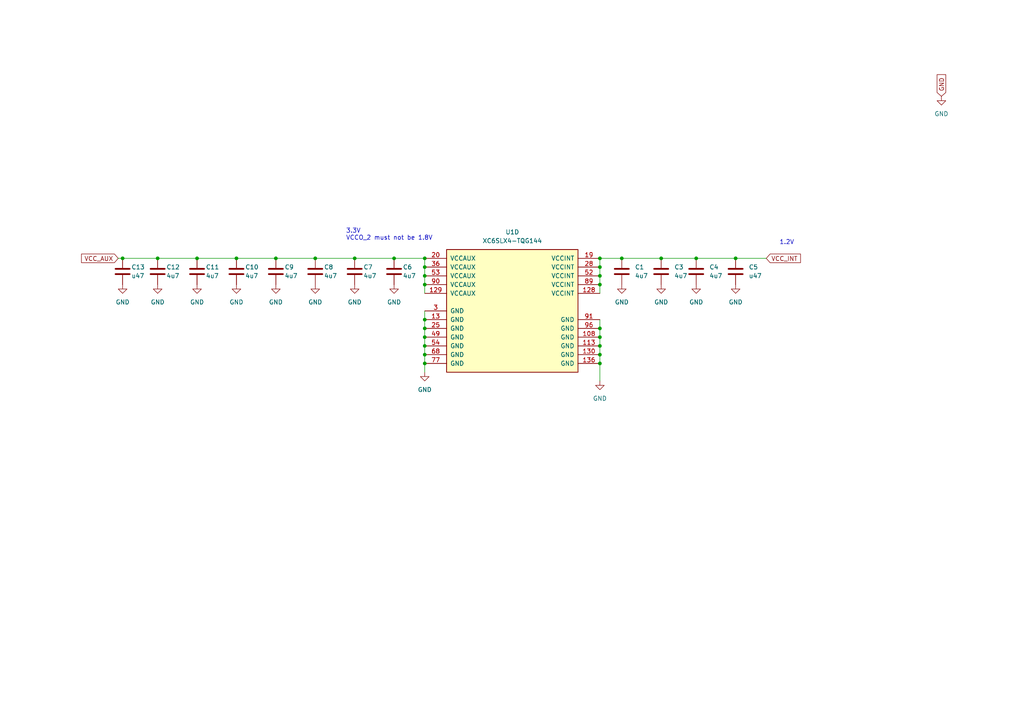
<source format=kicad_sch>
(kicad_sch (version 20230121) (generator eeschema)
  (paper "A4")
  (lib_symbols
    (symbol "Device:C" (pin_numbers hide) (pin_names (offset 0.254))
      (property "Reference" "C" (at 0.635 2.54 0))
      (property "Value" "C" (at 0.635 -2.54 0))
      (symbol "C_0_1"
        (polyline (pts (xy -2.032 -0.762) (xy 2.032 -0.762)) (stroke (width 0.508)))
        (polyline (pts (xy -2.032 0.762) (xy 2.032 0.762)) (stroke (width 0.508)))
      )
      (symbol "C_1_1"
        (pin passive line (at 0 3.81 270) (length 2.794) (name "~") (number "1"))
        (pin passive line (at 0 -3.81 90) (length 2.794) (name "~") (number "2"))
      )
    )
    (symbol "FPGA_Xilinx_Spartan6:XC6SLX4-TQG144" (pin_names (offset 1.016))
      (property "Reference" "U" (at 0 1.27 0))
      (property "Value" "XC6SLX4-TQG144" (at 0 -1.27 0))
      (symbol "XC6SLX4-TQG144_1_1"
        (rectangle (start -44.45 36.83) (end 44.45 -43.18) (stroke (width 0.254)) (fill (type background)))
        (pin bidirectional line (at 50.8 12.7 180) (length 6.35) (name "IO_L33P_1") (number "100"))
        (pin bidirectional line (at 50.8 15.24 180) (length 6.35) (name "IO_L32N_1") (number "101"))
        (pin bidirectional line (at 50.8 17.78 180) (length 6.35) (name "IO_L32P_1") (number "102"))
        (pin power_in line (at 40.64 43.18 270) (length 6.35) (name "VCCO_1") (number "103"))
        (pin bidirectional line (at 50.8 20.32 180) (length 6.35) (name "IO_L1N_VREF_1") (number "104"))
        (pin bidirectional line (at 50.8 22.86 180) (length 6.35) (name "IO_L1P_1") (number "105"))
        (pin bidirectional line (at -50.8 -40.64 0) (length 6.35) (name "IO_L66N_SCP0_0") (number "111"))
        (pin bidirectional line (at -50.8 -38.1 0) (length 6.35) (name "IO_L66P_SCP1_0") (number "112"))
        (pin bidirectional line (at -50.8 -35.56 0) (length 6.35) (name "IO_L65N_SCP2_0") (number "114"))
        (pin bidirectional line (at -50.8 -33.02 0) (length 6.35) (name "IO_L65P_SCP3_0") (number "115"))
        (pin bidirectional line (at -50.8 -30.48 0) (length 6.35) (name "IO_L64N_SCP4_0") (number "116"))
        (pin bidirectional line (at -50.8 -27.94 0) (length 6.35) (name "IO_L64P_SCP5_0") (number "117"))
        (pin bidirectional line (at -50.8 -25.4 0) (length 6.35) (name "IO_L63N_SCP6_0") (number "118"))
        (pin bidirectional line (at -50.8 -22.86 0) (length 6.35) (name "IO_L63P_SCP7_0") (number "119"))
        (pin bidirectional line (at -50.8 -20.32 0) (length 6.35) (name "IO_L62N_VREF_0") (number "120"))
        (pin bidirectional line (at -50.8 -17.78 0) (length 6.35) (name "IO_L62P_0") (number "121"))
        (pin power_in line (at -40.64 43.18 270) (length 6.35) (name "VCCO_0") (number "122"))
        (pin bidirectional line (at -50.8 -15.24 0) (length 6.35) (name "IO_L37N_GCLK12_0") (number "123"))
        (pin bidirectional line (at -50.8 -12.7 0) (length 6.35) (name "IO_L37P_GCLK13_0") (number "124"))
        (pin power_in line (at -38.1 43.18 270) (length 6.35) (name "VCCO_0") (number "125"))
        (pin bidirectional line (at -50.8 -10.16 0) (length 6.35) (name "IO_L36N_GCLK14_0") (number "126"))
        (pin bidirectional line (at -50.8 -7.62 0) (length 6.35) (name "IO_L36P_GCLK15_0") (number "127"))
        (pin bidirectional line (at -50.8 -5.08 0) (length 6.35) (name "IO_L35N_GCLK16_0") (number "131"))
        (pin bidirectional line (at -50.8 -2.54 0) (length 6.35) (name "IO_L35P_GCLK17_0") (number "132"))
        (pin bidirectional line (at -50.8 0 0) (length 6.35) (name "IO_L34N_GCLK18_0") (number "133"))
        (pin bidirectional line (at -50.8 2.54 0) (length 6.35) (name "IO_L34P_GCLK19_0") (number "134"))
        (pin power_in line (at -35.56 43.18 270) (length 6.35) (name "VCCO_0") (number "135"))
        (pin bidirectional line (at -50.8 5.08 0) (length 6.35) (name "IO_L4N_0") (number "137"))
        (pin bidirectional line (at -50.8 7.62 0) (length 6.35) (name "IO_L4P_0") (number "138"))
        (pin bidirectional line (at -50.8 10.16 0) (length 6.35) (name "IO_L3N_0") (number "139"))
        (pin bidirectional line (at -50.8 12.7 0) (length 6.35) (name "IO_L3P_0") (number "140"))
        (pin bidirectional line (at -50.8 15.24 0) (length 6.35) (name "IO_L2N_0") (number "141"))
        (pin bidirectional line (at -50.8 17.78 0) (length 6.35) (name "IO_L2P_0") (number "142"))
        (pin bidirectional line (at -50.8 20.32 0) (length 6.35) (name "IO_L1N_VREF_0") (number "143"))
        (pin bidirectional line (at -50.8 22.86 0) (length 6.35) (name "IO_L1P_HSWAPEN_0") (number "144"))
        (pin bidirectional line (at 50.8 -35.56 180) (length 6.35) (name "IO_L74N_DOUT_BUSY_1") (number "74"))
        (pin bidirectional line (at 50.8 -33.02 180) (length 6.35) (name "IO_L74P_AWAKE_1") (number "75"))
        (pin power_in line (at 35.56 43.18 270) (length 6.35) (name "VCCO_1") (number "76"))
        (pin bidirectional line (at 50.8 -30.48 180) (length 6.35) (name "IO_L47N_1") (number "78"))
        (pin bidirectional line (at 50.8 -27.94 180) (length 6.35) (name "IO_L47P_1") (number "79"))
        (pin bidirectional line (at 50.8 -25.4 180) (length 6.35) (name "IO_L46N_1") (number "80"))
        (pin bidirectional line (at 50.8 -22.86 180) (length 6.35) (name "IO_L46P_1") (number "81"))
        (pin bidirectional line (at 50.8 -20.32 180) (length 6.35) (name "IO_L45N_1") (number "82"))
        (pin bidirectional line (at 50.8 -17.78 180) (length 6.35) (name "IO_L45P_1") (number "83"))
        (pin bidirectional line (at 50.8 -15.24 180) (length 6.35) (name "IO_L43N_GCLK4_1") (number "84"))
        (pin bidirectional line (at 50.8 -12.7 180) (length 6.35) (name "IO_L43P_GCLK5_1") (number "85"))
        (pin power_in line (at 38.1 43.18 270) (length 6.35) (name "VCCO_1") (number "86"))
        (pin bidirectional line (at 50.8 -10.16 180) (length 6.35) (name "IO_L42N_GCLK6_TRDY1_1") (number "87"))
        (pin bidirectional line (at 50.8 -7.62 180) (length 6.35) (name "IO_L42P_GCLK7_1") (number "88"))
        (pin bidirectional line (at 50.8 -5.08 180) (length 6.35) (name "IO_L41N_GCLK8_1") (number "92"))
        (pin bidirectional line (at 50.8 -2.54 180) (length 6.35) (name "IO_L41P_GCLK9_IRDY1_1") (number "93"))
        (pin bidirectional line (at 50.8 0 180) (length 6.35) (name "IO_L40N_GCLK10_1") (number "94"))
        (pin bidirectional line (at 50.8 2.54 180) (length 6.35) (name "IO_L40P_GCLK11_1") (number "95"))
        (pin bidirectional line (at 50.8 5.08 180) (length 6.35) (name "IO_L34N_1") (number "97"))
        (pin bidirectional line (at 50.8 7.62 180) (length 6.35) (name "IO_L34P_1") (number "98"))
        (pin bidirectional line (at 50.8 10.16 180) (length 6.35) (name "IO_L33N_1") (number "99"))
      )
      (symbol "XC6SLX4-TQG144_2_1"
        (rectangle (start -44.45 36.83) (end 44.45 -43.18) (stroke (width 0.254)) (fill (type background)))
        (pin bidirectional line (at 50.8 -40.64 180) (length 6.35) (name "IO_L83N_VREF_3") (number "1"))
        (pin bidirectional line (at 50.8 -22.86 180) (length 6.35) (name "IO_L50P_3") (number "10"))
        (pin bidirectional line (at 50.8 -20.32 180) (length 6.35) (name "IO_L49N_3") (number "11"))
        (pin bidirectional line (at 50.8 -17.78 180) (length 6.35) (name "IO_L49P_3") (number "12"))
        (pin bidirectional line (at 50.8 -15.24 180) (length 6.35) (name "IO_L44N_GCLK20_3") (number "14"))
        (pin bidirectional line (at 50.8 -12.7 180) (length 6.35) (name "IO_L44P_GCLK21_3") (number "15"))
        (pin bidirectional line (at 50.8 -10.16 180) (length 6.35) (name "IO_L43N_GCLK22_IRDY2_3") (number "16"))
        (pin bidirectional line (at 50.8 -7.62 180) (length 6.35) (name "IO_L43P_GCLK23_3") (number "17"))
        (pin power_in line (at 38.1 43.18 270) (length 6.35) (name "VCCO_3") (number "18"))
        (pin bidirectional line (at 50.8 -38.1 180) (length 6.35) (name "IO_L83P_3") (number "2"))
        (pin bidirectional line (at 50.8 -5.08 180) (length 6.35) (name "IO_L42N_GCLK24_3") (number "21"))
        (pin bidirectional line (at 50.8 -2.54 180) (length 6.35) (name "IO_L42P_GCLK25_TRDY2_3") (number "22"))
        (pin bidirectional line (at 50.8 0 180) (length 6.35) (name "IO_L41N_GCLK26_3") (number "23"))
        (pin bidirectional line (at 50.8 2.54 180) (length 6.35) (name "IO_L41P_GCLK27_3") (number "24"))
        (pin bidirectional line (at 50.8 5.08 180) (length 6.35) (name "IO_L37N_3") (number "26"))
        (pin bidirectional line (at 50.8 7.62 180) (length 6.35) (name "IO_L37P_3") (number "27"))
        (pin bidirectional line (at 50.8 10.16 180) (length 6.35) (name "IO_L36N_3") (number "29"))
        (pin bidirectional line (at 50.8 12.7 180) (length 6.35) (name "IO_L36P_3") (number "30"))
        (pin power_in line (at 40.64 43.18 270) (length 6.35) (name "VCCO_3") (number "31"))
        (pin bidirectional line (at 50.8 15.24 180) (length 6.35) (name "IO_L2N_3") (number "32"))
        (pin bidirectional line (at 50.8 17.78 180) (length 6.35) (name "IO_L2P_3") (number "33"))
        (pin bidirectional line (at 50.8 20.32 180) (length 6.35) (name "IO_L1N_VREF_3") (number "34"))
        (pin bidirectional line (at 50.8 22.86 180) (length 6.35) (name "IO_L1P_3") (number "35"))
        (pin bidirectional line (at -50.8 -40.64 0) (length 6.35) (name "IO_L65N_CSO_B_2") (number "38"))
        (pin bidirectional line (at -50.8 -38.1 0) (length 6.35) (name "IO_L65P_INIT_B_2") (number "39"))
        (pin power_in line (at 35.56 43.18 270) (length 6.35) (name "VCCO_3") (number "4"))
        (pin bidirectional line (at -50.8 -35.56 0) (length 6.35) (name "IO_L64N_D9_2") (number "40"))
        (pin bidirectional line (at -50.8 -33.02 0) (length 6.35) (name "IO_L64P_D8_2") (number "41"))
        (pin power_in line (at -40.64 43.18 270) (length 6.35) (name "VCCO_2") (number "42"))
        (pin bidirectional line (at -50.8 -30.48 0) (length 6.35) (name "IO_L62N_D6_2") (number "43"))
        (pin bidirectional line (at -50.8 -27.94 0) (length 6.35) (name "IO_L62P_D5_2") (number "44"))
        (pin bidirectional line (at -50.8 -25.4 0) (length 6.35) (name "IO_L49N_D4_2") (number "45"))
        (pin bidirectional line (at -50.8 -22.86 0) (length 6.35) (name "IO_L49P_D3_2") (number "46"))
        (pin bidirectional line (at -50.8 -20.32 0) (length 6.35) (name "IO_L48N_RDWR_B_VREF_2") (number "47"))
        (pin bidirectional line (at -50.8 -17.78 0) (length 6.35) (name "IO_L48P_D7_2") (number "48"))
        (pin bidirectional line (at 50.8 -35.56 180) (length 6.35) (name "IO_L52N_3") (number "5"))
        (pin bidirectional line (at -50.8 -15.24 0) (length 6.35) (name "IO_L31N_GCLK30_D15_2") (number "50"))
        (pin bidirectional line (at -50.8 -12.7 0) (length 6.35) (name "IO_L31P_GCLK31_D14_2") (number "51"))
        (pin bidirectional line (at -50.8 -10.16 0) (length 6.35) (name "IO_L30N_GCLK0_USERCCLK_2") (number "55"))
        (pin bidirectional line (at -50.8 -7.62 0) (length 6.35) (name "IO_L30P_GCLK1_D13_2") (number "56"))
        (pin bidirectional line (at -50.8 -5.08 0) (length 6.35) (name "IO_L14N_D12_2") (number "57"))
        (pin bidirectional line (at -50.8 -2.54 0) (length 6.35) (name "IO_L14P_D11_2") (number "58"))
        (pin bidirectional line (at -50.8 0 0) (length 6.35) (name "IO_L13N_D10_2") (number "59"))
        (pin bidirectional line (at 50.8 -33.02 180) (length 6.35) (name "IO_L52P_3") (number "6"))
        (pin bidirectional line (at -50.8 2.54 0) (length 6.35) (name "IO_L13P_M1_2") (number "60"))
        (pin bidirectional line (at -50.8 5.08 0) (length 6.35) (name "IO_L12N_D2_MISO3_2") (number "61"))
        (pin bidirectional line (at -50.8 7.62 0) (length 6.35) (name "IO_L12P_D1_MISO2_2") (number "62"))
        (pin power_in line (at -38.1 43.18 270) (length 6.35) (name "VCCO_2") (number "63"))
        (pin bidirectional line (at -50.8 10.16 0) (length 6.35) (name "IO_L3N_MOSI_CSI_B_MISO0_2") (number "64"))
        (pin bidirectional line (at -50.8 12.7 0) (length 6.35) (name "IO_L3P_D0_DIN_MISO_MISO1_2") (number "65"))
        (pin bidirectional line (at -50.8 15.24 0) (length 6.35) (name "IO_L2N_CMPMOSI_2") (number "66"))
        (pin bidirectional line (at -50.8 17.78 0) (length 6.35) (name "IO_L2P_CMPCLK_2") (number "67"))
        (pin bidirectional line (at -50.8 20.32 0) (length 6.35) (name "IO_L1N_M0_CMPMISO_2") (number "69"))
        (pin bidirectional line (at 50.8 -30.48 180) (length 6.35) (name "IO_L51N_3") (number "7"))
        (pin bidirectional line (at -50.8 22.86 0) (length 6.35) (name "IO_L1P_CCLK_2") (number "70"))
        (pin bidirectional line (at 50.8 -27.94 180) (length 6.35) (name "IO_L51P_3") (number "8"))
        (pin bidirectional line (at 50.8 -25.4 180) (length 6.35) (name "IO_L50N_3") (number "9"))
      )
      (symbol "XC6SLX4-TQG144_3_1"
        (rectangle (start -31.75 15.24) (end 31.75 -15.24) (stroke (width 0.254)) (fill (type background)))
        (pin bidirectional line (at 38.1 10.16 180) (length 6.35) (name "TDO") (number "106"))
        (pin bidirectional line (at 38.1 7.62 180) (length 6.35) (name "TMS") (number "107"))
        (pin bidirectional line (at 38.1 5.08 180) (length 6.35) (name "TCK") (number "109"))
        (pin bidirectional line (at 38.1 12.7 180) (length 6.35) (name "TDI") (number "110"))
        (pin bidirectional line (at 38.1 -2.54 180) (length 6.35) (name "PROGRAM_B_2") (number "37"))
        (pin bidirectional line (at 38.1 0 180) (length 6.35) (name "DONE_2") (number "71"))
        (pin bidirectional line (at 38.1 -12.7 180) (length 6.35) (name "CMPCS_B_2") (number "72"))
        (pin bidirectional line (at 38.1 -7.62 180) (length 6.35) (name "SUSPEND") (number "73"))
      )
      (symbol "XC6SLX4-TQG144_4_1"
        (rectangle (start -19.05 17.78) (end 19.05 -17.78) (stroke (width 0.254)) (fill (type background)))
        (pin power_in line (at 25.4 -7.62 180) (length 6.35) (name "GND") (number "108"))
        (pin power_in line (at 25.4 -10.16 180) (length 6.35) (name "GND") (number "113"))
        (pin power_in line (at 25.4 5.08 180) (length 6.35) (name "VCCINT") (number "128"))
        (pin power_in line (at -25.4 5.08 0) (length 6.35) (name "VCCAUX") (number "129"))
        (pin power_in line (at -25.4 -2.54 0) (length 6.35) (name "GND") (number "13"))
        (pin power_in line (at 25.4 -12.7 180) (length 6.35) (name "GND") (number "130"))
        (pin power_in line (at 25.4 -15.24 180) (length 6.35) (name "GND") (number "136"))
        (pin power_in line (at 25.4 15.24 180) (length 6.35) (name "VCCINT") (number "19"))
        (pin power_in line (at -25.4 15.24 0) (length 6.35) (name "VCCAUX") (number "20"))
        (pin power_in line (at -25.4 -5.08 0) (length 6.35) (name "GND") (number "25"))
        (pin power_in line (at 25.4 12.7 180) (length 6.35) (name "VCCINT") (number "28"))
        (pin power_in line (at -25.4 0 0) (length 6.35) (name "GND") (number "3"))
        (pin power_in line (at -25.4 12.7 0) (length 6.35) (name "VCCAUX") (number "36"))
        (pin power_in line (at -25.4 -7.62 0) (length 6.35) (name "GND") (number "49"))
        (pin power_in line (at 25.4 10.16 180) (length 6.35) (name "VCCINT") (number "52"))
        (pin power_in line (at -25.4 10.16 0) (length 6.35) (name "VCCAUX") (number "53"))
        (pin power_in line (at -25.4 -10.16 0) (length 6.35) (name "GND") (number "54"))
        (pin power_in line (at -25.4 -12.7 0) (length 6.35) (name "GND") (number "68"))
        (pin power_in line (at -25.4 -15.24 0) (length 6.35) (name "GND") (number "77"))
        (pin power_in line (at 25.4 7.62 180) (length 6.35) (name "VCCINT") (number "89"))
        (pin power_in line (at -25.4 7.62 0) (length 6.35) (name "VCCAUX") (number "90"))
        (pin power_in line (at 25.4 -2.54 180) (length 6.35) (name "GND") (number "91"))
        (pin power_in line (at 25.4 -5.08 180) (length 6.35) (name "GND") (number "96"))
      )
    )
    (symbol "power:GND" (power) (pin_names (offset 0))
      (property "Value" "GND" (at 0 -3.81 0))
      (symbol "GND_0_1"
        (polyline (pts (xy 0 0) (xy 0 -1.27) (xy 1.27 -1.27) (xy 0 -2.54) (xy -1.27 -1.27) (xy 0 -1.27)))
      )
      (symbol "GND_1_1"
        (pin power_in line (at 0 0 270) (length 0) hide (name "GND") (number "1"))
      )
    )
  )
  (junction (at 201.93 74.93))
  (junction (at 35.56 74.93))
  (junction (at 123.19 95.25))
  (junction (at 173.99 74.93))
  (junction (at 80.01 74.93))
  (junction (at 173.99 80.01))
  (junction (at 123.19 82.55))
  (junction (at 45.72 74.93))
  (junction (at 173.99 102.87))
  (junction (at 123.19 102.87))
  (junction (at 173.99 77.47))
  (junction (at 68.58 74.93))
  (junction (at 173.99 95.25))
  (junction (at 180.34 74.93))
  (junction (at 102.87 74.93))
  (junction (at 123.19 105.41))
  (junction (at 123.19 100.33))
  (junction (at 123.19 97.79))
  (junction (at 173.99 105.41))
  (junction (at 123.19 92.71))
  (junction (at 173.99 82.55))
  (junction (at 123.19 77.47))
  (junction (at 191.77 74.93))
  (junction (at 213.36 74.93))
  (junction (at 91.44 74.93))
  (junction (at 123.19 74.93))
  (junction (at 123.19 80.01))
  (junction (at 57.15 74.93))
  (junction (at 173.99 100.33))
  (junction (at 114.3 74.93))
  (junction (at 173.99 97.79))
  (wire (pts (xy 57.15 74.93) (xy 68.58 74.93)))
  (wire (pts (xy 123.19 105.41) (xy 123.19 102.87)))
  (wire (pts (xy 123.19 95.25) (xy 123.19 92.71)))
  (wire (pts (xy 123.19 100.33) (xy 123.19 97.79)))
  (wire (pts (xy 173.99 80.01) (xy 173.99 82.55)))
  (wire (pts (xy 173.99 77.47) (xy 173.99 80.01)))
  (wire (pts (xy 222.25 74.93) (xy 213.36 74.93)))
  (wire (pts (xy 201.93 74.93) (xy 191.77 74.93)))
  (wire (pts (xy 123.19 80.01) (xy 123.19 82.55)))
  (wire (pts (xy 102.87 74.93) (xy 114.3 74.93)))
  (wire (pts (xy 173.99 74.93) (xy 173.99 77.47)))
  (wire (pts (xy 123.19 82.55) (xy 123.19 85.09)))
  (wire (pts (xy 34.29 74.93) (xy 35.56 74.93)))
  (wire (pts (xy 68.58 74.93) (xy 80.01 74.93)))
  (wire (pts (xy 173.99 105.41) (xy 173.99 102.87)))
  (wire (pts (xy 173.99 97.79) (xy 173.99 95.25)))
  (wire (pts (xy 91.44 74.93) (xy 102.87 74.93)))
  (wire (pts (xy 123.19 97.79) (xy 123.19 95.25)))
  (wire (pts (xy 191.77 74.93) (xy 180.34 74.93)))
  (wire (pts (xy 35.56 74.93) (xy 45.72 74.93)))
  (wire (pts (xy 45.72 74.93) (xy 57.15 74.93)))
  (wire (pts (xy 80.01 74.93) (xy 91.44 74.93)))
  (wire (pts (xy 123.19 74.93) (xy 123.19 77.47)))
  (wire (pts (xy 173.99 100.33) (xy 173.99 97.79)))
  (wire (pts (xy 173.99 105.41) (xy 173.99 110.49)))
  (wire (pts (xy 123.19 77.47) (xy 123.19 80.01)))
  (wire (pts (xy 123.19 102.87) (xy 123.19 100.33)))
  (wire (pts (xy 123.19 107.95) (xy 123.19 105.41)))
  (wire (pts (xy 180.34 74.93) (xy 173.99 74.93)))
  (wire (pts (xy 213.36 74.93) (xy 201.93 74.93)))
  (wire (pts (xy 123.19 92.71) (xy 123.19 90.17)))
  (wire (pts (xy 173.99 102.87) (xy 173.99 100.33)))
  (wire (pts (xy 173.99 95.25) (xy 173.99 92.71)))
  (wire (pts (xy 173.99 82.55) (xy 173.99 85.09)))
  (wire (pts (xy 114.3 74.93) (xy 123.19 74.93)))
  (text "3.3V\nVCCO_2 must not be 1.8V" (at 100.33 69.85 0) (effects (font (size 1.27 1.27)) (justify left bottom)))
  (text "1.2V" (at 226.06 71.12 0) (effects (font (size 1.27 1.27)) (justify left bottom)))
  (global_label "VCC_INT" (shape input) (at 222.25 74.93 0) (property "Intersheetrefs" "${INTERSHEET_REFS}" (effects hide)))
  (global_label "GND" (shape input) (at 273.05 27.94 90) (property "Intersheetrefs" "${INTERSHEET_REFS}" (effects hide)))
  (global_label "VCC_AUX" (shape input) (at 34.29 74.93 180) (property "Intersheetrefs" "${INTERSHEET_REFS}" (effects hide)))
  (symbol (lib_id "power:GND") (at 91.44 82.55 0) (unit 1)
    (property "Reference" "#PWR018" (effects hide))
    (property "Value" "GND" (at 91.44 87.63 0))
  )
  (symbol (lib_id "power:GND") (at 273.05 27.94 0) (unit 1)
    (property "Reference" "#PWR040" (effects hide))
    (property "Value" "GND" (at 273.05 33.02 0))
    (instances (project "fpga" (path "" (reference "#PWR040") (unit 1)) (path "" (reference "#PWR026") (unit 1)) (path "" (reference "#PWR036") (unit 1))))
  )
  (symbol (lib_id "power:GND") (at 123.19 107.95 0) (unit 1)
    (property "Reference" "#PWR010" (effects hide))
    (property "Value" "GND" (at 123.19 113.03 0))
  )
  (symbol (lib_id "power:GND") (at 173.99 110.49 0) (unit 1)
    (property "Reference" "#PWR011" (effects hide))
    (property "Value" "GND" (at 173.99 115.57 0))
  )
  (symbol (lib_id "power:GND") (at 57.15 82.55 0) (unit 1)
    (property "Reference" "#PWR021" (effects hide))
    (property "Value" "GND" (at 57.15 87.63 0))
  )
  (symbol (lib_id "Device:C") (at 201.93 78.74 0) (unit 1)
    (property "Reference" "C4" (at 205.74 77.47 0) (effects (justify left)))
    (property "Value" "4u7" (at 205.74 80.01 0) (effects (justify left)))
  )
  (symbol (lib_id "power:GND") (at 80.01 82.55 0) (unit 1)
    (property "Reference" "#PWR019" (effects hide))
    (property "Value" "GND" (at 80.01 87.63 0))
  )
  (symbol (lib_id "power:GND") (at 102.87 82.55 0) (unit 1)
    (property "Reference" "#PWR017" (effects hide))
    (property "Value" "GND" (at 102.87 87.63 0))
  )
  (symbol (lib_id "power:GND") (at 191.77 82.55 0) (unit 1)
    (property "Reference" "#PWR013" (effects hide))
    (property "Value" "GND" (at 191.77 87.63 0))
  )
  (symbol (lib_id "Device:C") (at 114.3 78.74 0) (unit 1)
    (property "Reference" "C6" (at 116.84 77.47 0) (effects (justify left)))
    (property "Value" "4u7" (at 116.84 80.01 0) (effects (justify left)))
  )
  (symbol (lib_id "Device:C") (at 180.34 78.74 0) (unit 1)
    (property "Reference" "C1" (at 184.15 77.47 0) (effects (justify left)))
    (property "Value" "4u7" (at 184.15 80.01 0) (effects (justify left)))
  )
  (symbol (lib_id "power:GND") (at 201.93 82.55 0) (unit 1)
    (property "Reference" "#PWR014" (effects hide))
    (property "Value" "GND" (at 201.93 87.63 0))
  )
  (symbol (lib_id "Device:C") (at 57.15 78.74 0) (unit 1)
    (property "Reference" "C11" (at 59.69 77.47 0) (effects (justify left)))
    (property "Value" "4u7" (at 59.69 80.01 0) (effects (justify left)))
  )
  (symbol (lib_id "power:GND") (at 35.56 82.55 0) (unit 1)
    (property "Reference" "#PWR023" (effects hide))
    (property "Value" "GND" (at 35.56 87.63 0))
  )
  (symbol (lib_id "Device:C") (at 80.01 78.74 0) (unit 1)
    (property "Reference" "C9" (at 82.55 77.47 0) (effects (justify left)))
    (property "Value" "4u7" (at 82.55 80.01 0) (effects (justify left)))
  )
  (symbol (lib_id "Device:C") (at 91.44 78.74 0) (unit 1)
    (property "Reference" "C8" (at 93.98 77.47 0) (effects (justify left)))
    (property "Value" "4u7" (at 93.98 80.01 0) (effects (justify left)))
  )
  (symbol (lib_id "power:GND") (at 68.58 82.55 0) (unit 1)
    (property "Reference" "#PWR020" (effects hide))
    (property "Value" "GND" (at 68.58 87.63 0))
  )
  (symbol (lib_id "power:GND") (at 213.36 82.55 0) (unit 1)
    (property "Reference" "#PWR015" (effects hide))
    (property "Value" "GND" (at 213.36 87.63 0))
  )
  (symbol (lib_id "Device:C") (at 191.77 78.74 0) (unit 1)
    (property "Reference" "C3" (at 195.58 77.47 0) (effects (justify left)))
    (property "Value" "4u7" (at 195.58 80.01 0) (effects (justify left)))
  )
  (symbol (lib_id "Device:C") (at 213.36 78.74 0) (unit 1)
    (property "Reference" "C5" (at 217.17 77.47 0) (effects (justify left)))
    (property "Value" "u47" (at 217.17 80.01 0) (effects (justify left)))
  )
  (symbol (lib_id "FPGA_Xilinx_Spartan6:XC6SLX4-TQG144") (at 148.59 90.17 0) (unit 4)
    (property "Reference" "U1" (at 148.59 67.31 0))
    (property "Value" "XC6SLX4-TQG144" (at 148.59 69.85 0))
    (instances (project "fpga" (path "" (reference "U1") (unit 4)) (path "" (reference "U2") (unit 4)) (path "" (reference "U3") (unit 4)) (path "" (reference "U4") (unit 4))))
  )
  (symbol (lib_id "power:GND") (at 114.3 82.55 0) (unit 1)
    (property "Reference" "#PWR016" (effects hide))
    (property "Value" "GND" (at 114.3 87.63 0))
  )
  (symbol (lib_id "Device:C") (at 102.87 78.74 0) (unit 1)
    (property "Reference" "C7" (at 105.41 77.47 0) (effects (justify left)))
    (property "Value" "4u7" (at 105.41 80.01 0) (effects (justify left)))
  )
  (symbol (lib_id "Device:C") (at 45.72 78.74 0) (unit 1)
    (property "Reference" "C12" (at 48.26 77.47 0) (effects (justify left)))
    (property "Value" "4u7" (at 48.26 80.01 0) (effects (justify left)))
  )
  (symbol (lib_id "Device:C") (at 35.56 78.74 0) (unit 1)
    (property "Reference" "C13" (at 38.1 77.47 0) (effects (justify left)))
    (property "Value" "u47" (at 38.1 80.01 0) (effects (justify left)))
  )
  (symbol (lib_id "power:GND") (at 180.34 82.55 0) (unit 1)
    (property "Reference" "#PWR012" (effects hide))
    (property "Value" "GND" (at 180.34 87.63 0))
  )
  (symbol (lib_id "Device:C") (at 68.58 78.74 0) (unit 1)
    (property "Reference" "C10" (at 71.12 77.47 0) (effects (justify left)))
    (property "Value" "4u7" (at 71.12 80.01 0) (effects (justify left)))
  )
  (symbol (lib_id "power:GND") (at 45.72 82.55 0) (unit 1)
    (property "Reference" "#PWR022" (effects hide))
    (property "Value" "GND" (at 45.72 87.63 0))
  )
)
</source>
